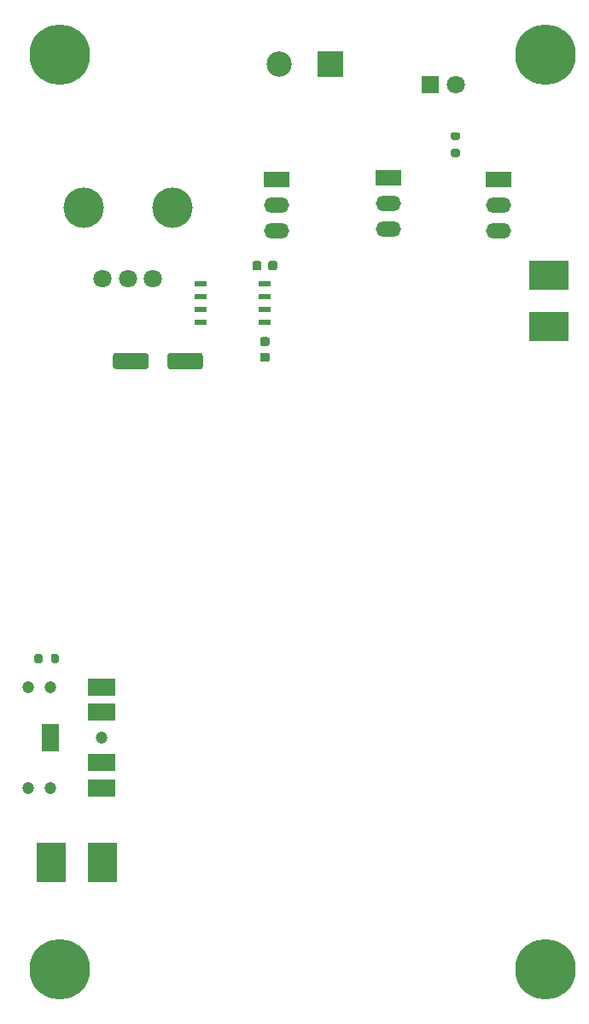
<source format=gbs>
G04 #@! TF.GenerationSoftware,KiCad,Pcbnew,5.1.12-84ad8e8a86~92~ubuntu20.04.1*
G04 #@! TF.CreationDate,2021-12-15T11:08:09-07:00*
G04 #@! TF.ProjectId,The Ear Tool,54686520-4561-4722-9054-6f6f6c2e6b69,1.3*
G04 #@! TF.SameCoordinates,Original*
G04 #@! TF.FileFunction,Soldermask,Bot*
G04 #@! TF.FilePolarity,Negative*
%FSLAX46Y46*%
G04 Gerber Fmt 4.6, Leading zero omitted, Abs format (unit mm)*
G04 Created by KiCad (PCBNEW 5.1.12-84ad8e8a86~92~ubuntu20.04.1) date 2021-12-15 11:08:09*
%MOMM*%
%LPD*%
G01*
G04 APERTURE LIST*
%ADD10C,1.800000*%
%ADD11R,1.800000X1.800000*%
%ADD12C,4.000000*%
%ADD13R,3.000000X4.000000*%
%ADD14R,4.000000X3.000000*%
%ADD15R,2.500000X1.500000*%
%ADD16O,2.500000X1.500000*%
%ADD17C,6.000000*%
%ADD18R,1.800000X2.700000*%
%ADD19R,2.700000X1.800000*%
%ADD20C,1.200000*%
%ADD21R,1.143000X0.508000*%
%ADD22R,2.500000X2.500000*%
%ADD23C,2.500000*%
G04 APERTURE END LIST*
D10*
X44240000Y-7700000D03*
D11*
X41700000Y-7700000D03*
D12*
X16100000Y-19850000D03*
X7300000Y-19850000D03*
D10*
X14200000Y-26850000D03*
X11700000Y-26850000D03*
X9200000Y-26850000D03*
G36*
G01*
X13750000Y-34500000D02*
X13750000Y-35600000D01*
G75*
G02*
X13500000Y-35850000I-250000J0D01*
G01*
X10500000Y-35850000D01*
G75*
G02*
X10250000Y-35600000I0J250000D01*
G01*
X10250000Y-34500000D01*
G75*
G02*
X10500000Y-34250000I250000J0D01*
G01*
X13500000Y-34250000D01*
G75*
G02*
X13750000Y-34500000I0J-250000D01*
G01*
G37*
G36*
G01*
X19150000Y-34500000D02*
X19150000Y-35600000D01*
G75*
G02*
X18900000Y-35850000I-250000J0D01*
G01*
X15900000Y-35850000D01*
G75*
G02*
X15650000Y-35600000I0J250000D01*
G01*
X15650000Y-34500000D01*
G75*
G02*
X15900000Y-34250000I250000J0D01*
G01*
X18900000Y-34250000D01*
G75*
G02*
X19150000Y-34500000I0J-250000D01*
G01*
G37*
D13*
X4110000Y-84755060D03*
X9190000Y-84755060D03*
D14*
X53500000Y-26560000D03*
X53500000Y-31640000D03*
G36*
G01*
X3225000Y-64225000D02*
X3225000Y-64775000D01*
G75*
G02*
X3025000Y-64975000I-200000J0D01*
G01*
X2625000Y-64975000D01*
G75*
G02*
X2425000Y-64775000I0J200000D01*
G01*
X2425000Y-64225000D01*
G75*
G02*
X2625000Y-64025000I200000J0D01*
G01*
X3025000Y-64025000D01*
G75*
G02*
X3225000Y-64225000I0J-200000D01*
G01*
G37*
G36*
G01*
X4875000Y-64225000D02*
X4875000Y-64775000D01*
G75*
G02*
X4675000Y-64975000I-200000J0D01*
G01*
X4275000Y-64975000D01*
G75*
G02*
X4075000Y-64775000I0J200000D01*
G01*
X4075000Y-64225000D01*
G75*
G02*
X4275000Y-64025000I200000J0D01*
G01*
X4675000Y-64025000D01*
G75*
G02*
X4875000Y-64225000I0J-200000D01*
G01*
G37*
G36*
G01*
X44475000Y-13175000D02*
X43925000Y-13175000D01*
G75*
G02*
X43725000Y-12975000I0J200000D01*
G01*
X43725000Y-12575000D01*
G75*
G02*
X43925000Y-12375000I200000J0D01*
G01*
X44475000Y-12375000D01*
G75*
G02*
X44675000Y-12575000I0J-200000D01*
G01*
X44675000Y-12975000D01*
G75*
G02*
X44475000Y-13175000I-200000J0D01*
G01*
G37*
G36*
G01*
X44475000Y-14825000D02*
X43925000Y-14825000D01*
G75*
G02*
X43725000Y-14625000I0J200000D01*
G01*
X43725000Y-14225000D01*
G75*
G02*
X43925000Y-14025000I200000J0D01*
G01*
X44475000Y-14025000D01*
G75*
G02*
X44675000Y-14225000I0J-200000D01*
G01*
X44675000Y-14625000D01*
G75*
G02*
X44475000Y-14825000I-200000J0D01*
G01*
G37*
G36*
G01*
X25550000Y-33575000D02*
X25050000Y-33575000D01*
G75*
G02*
X24825000Y-33350000I0J225000D01*
G01*
X24825000Y-32900000D01*
G75*
G02*
X25050000Y-32675000I225000J0D01*
G01*
X25550000Y-32675000D01*
G75*
G02*
X25775000Y-32900000I0J-225000D01*
G01*
X25775000Y-33350000D01*
G75*
G02*
X25550000Y-33575000I-225000J0D01*
G01*
G37*
G36*
G01*
X25550000Y-35125000D02*
X25050000Y-35125000D01*
G75*
G02*
X24825000Y-34900000I0J225000D01*
G01*
X24825000Y-34450000D01*
G75*
G02*
X25050000Y-34225000I225000J0D01*
G01*
X25550000Y-34225000D01*
G75*
G02*
X25775000Y-34450000I0J-225000D01*
G01*
X25775000Y-34900000D01*
G75*
G02*
X25550000Y-35125000I-225000J0D01*
G01*
G37*
G36*
G01*
X25625000Y-25850000D02*
X25625000Y-25350000D01*
G75*
G02*
X25850000Y-25125000I225000J0D01*
G01*
X26300000Y-25125000D01*
G75*
G02*
X26525000Y-25350000I0J-225000D01*
G01*
X26525000Y-25850000D01*
G75*
G02*
X26300000Y-26075000I-225000J0D01*
G01*
X25850000Y-26075000D01*
G75*
G02*
X25625000Y-25850000I0J225000D01*
G01*
G37*
G36*
G01*
X24075000Y-25850000D02*
X24075000Y-25350000D01*
G75*
G02*
X24300000Y-25125000I225000J0D01*
G01*
X24750000Y-25125000D01*
G75*
G02*
X24975000Y-25350000I0J-225000D01*
G01*
X24975000Y-25850000D01*
G75*
G02*
X24750000Y-26075000I-225000J0D01*
G01*
X24300000Y-26075000D01*
G75*
G02*
X24075000Y-25850000I0J225000D01*
G01*
G37*
D15*
X48451340Y-17037140D03*
D16*
X48451340Y-19577140D03*
X48451340Y-22117140D03*
D15*
X26451340Y-17037140D03*
D16*
X26451340Y-19577140D03*
X26451340Y-22117140D03*
D15*
X37551340Y-16937140D03*
D16*
X37551340Y-19477140D03*
X37551340Y-22017140D03*
D17*
X5000000Y-4700000D03*
X53100000Y-4700000D03*
X5000000Y-95300000D03*
X53100000Y-95300000D03*
D18*
X4069240Y-72339280D03*
D19*
X9069240Y-67339280D03*
X9069240Y-69839280D03*
X9069240Y-74839280D03*
X9069240Y-77339280D03*
D20*
X4069240Y-67339280D03*
X9069240Y-72339280D03*
X4069240Y-77339280D03*
X1819240Y-77339280D03*
X1819240Y-67339280D03*
D21*
X25275000Y-31205000D03*
X25275000Y-29935000D03*
X25275000Y-28665000D03*
X25275000Y-27395000D03*
X18925000Y-27395000D03*
X18925000Y-28665000D03*
X18925000Y-29935000D03*
X18925000Y-31205000D03*
D22*
X31770340Y-5651400D03*
D23*
X26690340Y-5651400D03*
M02*

</source>
